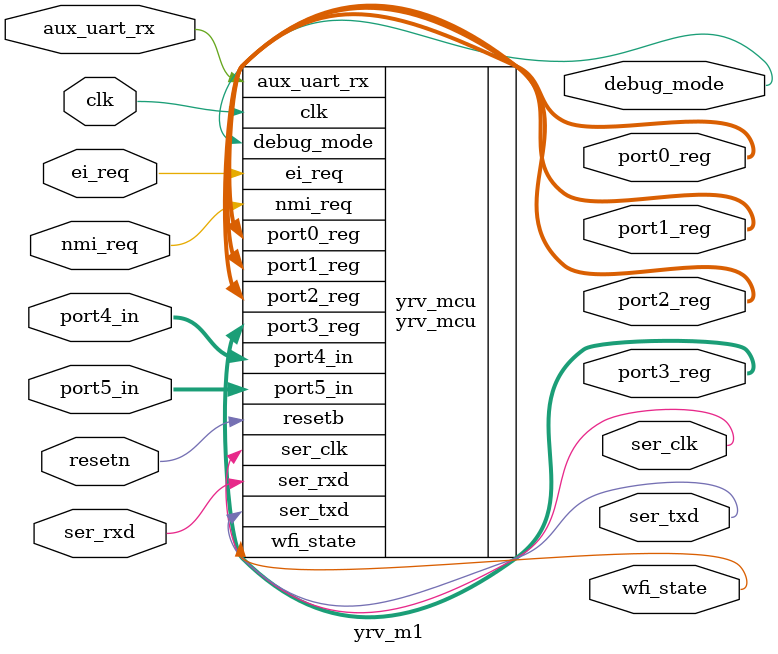
<source format=sv>
/*******************************************************************************************/
/**                                                                                       **/
/** Copyright 2021 Monte J. Dalrymple                                                     **/
/**                                                                                       **/
/** SPDX-License-Identifier: Apache-2.0 WITH SHL-2.1                                      **/
/**                                                                                       **/
/** Licensed under the Solderpad Hardware License v 2.1 (the "License"); you may not use  **/
/** this file except in compliance with the License, or, at your option, the Apache       **/
/** License version 2.0. You may obtain a copy of the License at                          **/
/**                                                                                       **/
/** https://solderpad.org/licenses/SHL-2.1/                                               **/
/**                                                                                       **/
/** Unless required by applicable law or agreed to in writing, any work distributed under **/
/** the License is distributed on an "AS IS" BASIS, WITHOUT WARRANTIES OR CONDITIONS OF   **/
/** ANY KIND, either express or implied. See the License for the specific language        **/
/** governing permissions and limitations under the License.                              **/
/**                                                                                       **/
/** YRV simple mcu system                                             Rev 0.0  03/29/2021 **/
/**                                                                                       **/
/*******************************************************************************************/

module yrv_m1
(
  input         clk,                                       /* cpu clock                    */
  input         ei_req,                                    /* external int request         */
  input         nmi_req,                                   /* non-maskable interrupt       */
  input         resetn,                                    /* master reset                 */
  input         ser_rxd,                                   /* receive data input           */
  input  [15:0] port4_in,                                  /* port 4                       */
  input  [15:0] port5_in,                                  /* port 5                       */

  output        debug_mode,                                /* in debug mode                */
  output        ser_clk,                                   /* serial clk output (cks mode) */
  output        ser_txd,                                   /* transmit data output         */
  output        wfi_state,                                 /* waiting for interrupt        */
  output [15:0] port0_reg,                                 /* port 0                       */
  output [15:0] port1_reg,                                 /* port 1                       */
  output [15:0] port2_reg,                                 /* port 2                       */
  output [15:0] port3_reg,                                 /* port 3                       */

  input         aux_uart_rx                                /* auxiliary UART receive pin   */
);

yrv_mcu yrv_mcu
(
  .clk,                                      
  .ei_req,                                   
  .nmi_req,                                  
  .resetb           (   resetn  ),                                   
  .ser_rxd,                                  
  .port4_in,                                 
  .port5_in,                                 

  .debug_mode,                               
  .ser_clk,                                  
  .ser_txd,                                  
  .wfi_state,                                
  .port0_reg,                                
  .port1_reg,                                
  .port2_reg,                                
  .port3_reg,                                

  .aux_uart_rx                               
);


endmodule

</source>
